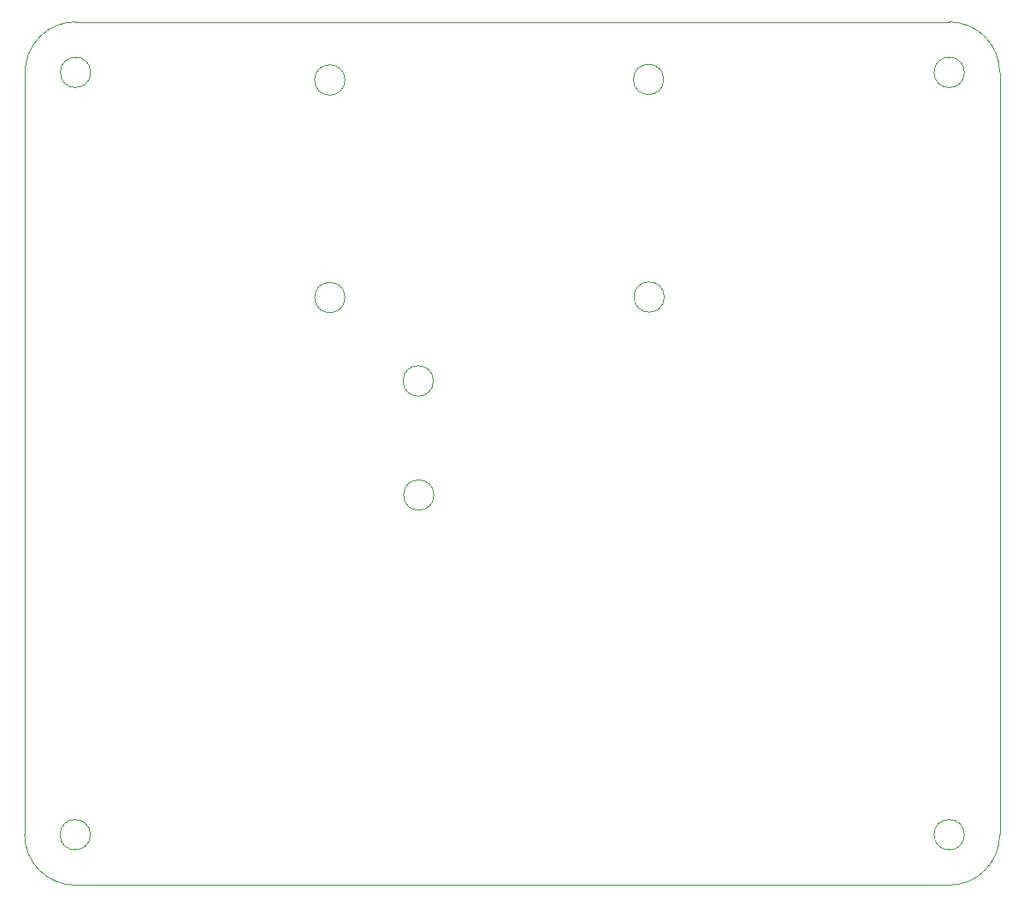
<source format=gbr>
%TF.GenerationSoftware,KiCad,Pcbnew,8.0.6*%
%TF.CreationDate,2025-01-28T17:52:03-05:00*%
%TF.ProjectId,SAS-PCB,5341532d-5043-4422-9e6b-696361645f70,rev?*%
%TF.SameCoordinates,Original*%
%TF.FileFunction,Profile,NP*%
%FSLAX46Y46*%
G04 Gerber Fmt 4.6, Leading zero omitted, Abs format (unit mm)*
G04 Created by KiCad (PCBNEW 8.0.6) date 2025-01-28 17:52:03*
%MOMM*%
%LPD*%
G01*
G04 APERTURE LIST*
%TA.AperFunction,Profile*%
%ADD10C,0.050000*%
%TD*%
%TA.AperFunction,Profile*%
%ADD11C,0.100000*%
%TD*%
G04 APERTURE END LIST*
D10*
X119000000Y-118000000D02*
G75*
G02*
X114000000Y-113000000I0J5000000D01*
G01*
X120500000Y-113000000D02*
G75*
G02*
X117500000Y-113000000I-1500000J0D01*
G01*
X117500000Y-113000000D02*
G75*
G02*
X120500000Y-113000000I1500000J0D01*
G01*
X207000000Y-113000000D02*
G75*
G02*
X204000000Y-113000000I-1500000J0D01*
G01*
X204000000Y-113000000D02*
G75*
G02*
X207000000Y-113000000I1500000J0D01*
G01*
X210500000Y-113000000D02*
G75*
G02*
X205500000Y-118000000I-5000000J0D01*
G01*
X205500000Y-118000000D02*
X119000000Y-118000000D01*
X120535534Y-37500000D02*
G75*
G02*
X117535534Y-37500000I-1500000J0D01*
G01*
X117535534Y-37500000D02*
G75*
G02*
X120535534Y-37500000I1500000J0D01*
G01*
X114000000Y-113000000D02*
X114035534Y-37500000D01*
X114035534Y-37500000D02*
G75*
G02*
X119035534Y-32500034I4999966J0D01*
G01*
X119035534Y-32500000D02*
X205500000Y-32500000D01*
X210500000Y-37500000D02*
X210500000Y-113000000D01*
X207000000Y-37500000D02*
G75*
G02*
X204000000Y-37500000I-1500000J0D01*
G01*
X204000000Y-37500000D02*
G75*
G02*
X207000000Y-37500000I1500000J0D01*
G01*
X205500000Y-32500000D02*
G75*
G02*
X210500000Y-37500000I0J-5000000D01*
G01*
%TO.C,J5-GPS1*%
X145700000Y-38250000D02*
G75*
G02*
X142700000Y-38250000I-1500000J0D01*
G01*
X142700000Y-38250000D02*
G75*
G02*
X145700000Y-38250000I1500000J0D01*
G01*
X145700000Y-59800000D02*
G75*
G02*
X142700000Y-59800000I-1500000J0D01*
G01*
X142700000Y-59800000D02*
G75*
G02*
X145700000Y-59800000I1500000J0D01*
G01*
X177250000Y-38200000D02*
G75*
G02*
X174250000Y-38200000I-1500000J0D01*
G01*
X174250000Y-38200000D02*
G75*
G02*
X177250000Y-38200000I1500000J0D01*
G01*
X177300000Y-59750000D02*
G75*
G02*
X174300000Y-59750000I-1500000J0D01*
G01*
X174300000Y-59750000D02*
G75*
G02*
X177300000Y-59750000I1500000J0D01*
G01*
D11*
%TO.C,J4-BMP280*%
X154450000Y-68060000D02*
G75*
G02*
X151450000Y-68060000I-1500000J0D01*
G01*
X151450000Y-68060000D02*
G75*
G02*
X154450000Y-68060000I1500000J0D01*
G01*
X154500000Y-79360000D02*
G75*
G02*
X151500000Y-79360000I-1500000J0D01*
G01*
X151500000Y-79360000D02*
G75*
G02*
X154500000Y-79360000I1500000J0D01*
G01*
%TD*%
M02*

</source>
